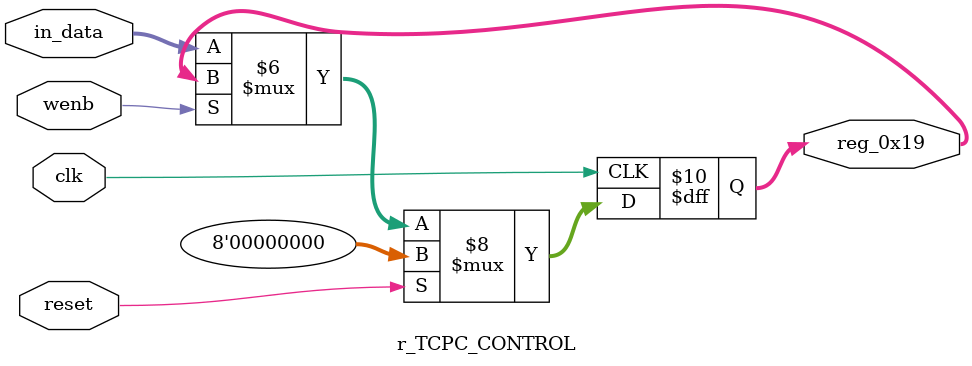
<source format=v>
module r_TCPC_CONTROL(output reg [7:0] reg_0x19, input wire reset, input wire wenb, input wire [7:0] in_data, input wire clk);
	always@(posedge clk)
	begin
		if(reset==0) begin
			if(wenb==0)
				reg_0x19<=in_data;
			else
				reg_0x19<=reg_0x19;
		end
		else
			reg_0x19<=8'h00;
	end
endmodule
</source>
